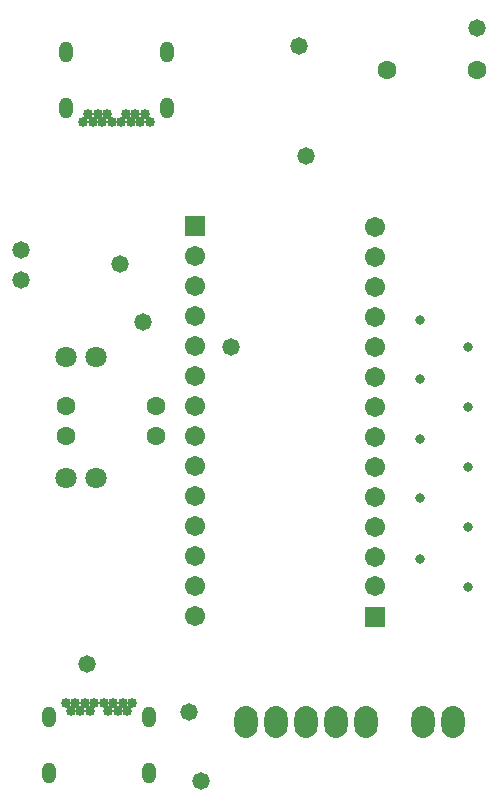
<source format=gbs>
G04*
G04 #@! TF.GenerationSoftware,Altium Limited,Altium Designer,18.1.9 (240)*
G04*
G04 Layer_Color=16711935*
%FSLAX25Y25*%
%MOIN*%
G70*
G01*
G75*
%ADD31C,0.03359*%
%ADD32O,0.04737X0.07099*%
%ADD33C,0.06312*%
%ADD34R,0.06706X0.06706*%
%ADD35C,0.06706*%
%ADD36O,0.07690X0.10642*%
%ADD37C,0.07099*%
%ADD38C,0.05800*%
%ADD39C,0.03300*%
D31*
X386575Y198941D02*
D03*
X389725D02*
D03*
X383425D02*
D03*
X392874D02*
D03*
X380276D02*
D03*
X396024D02*
D03*
X377126D02*
D03*
X399173D02*
D03*
X385000Y196185D02*
D03*
X391300D02*
D03*
X381851D02*
D03*
X394449D02*
D03*
X378701D02*
D03*
X397599D02*
D03*
X395575Y392736D02*
D03*
X392425D02*
D03*
X398725D02*
D03*
X389276D02*
D03*
X401874D02*
D03*
X386126D02*
D03*
X405024D02*
D03*
X382977D02*
D03*
X397150Y395492D02*
D03*
X390851D02*
D03*
X400300D02*
D03*
X387701D02*
D03*
X403449D02*
D03*
X384552D02*
D03*
D32*
X404961Y194413D02*
D03*
X371339D02*
D03*
X404961Y175791D02*
D03*
X371339D02*
D03*
X377189Y397264D02*
D03*
X410811D02*
D03*
X377189Y415886D02*
D03*
X410811D02*
D03*
D33*
X484000Y409903D02*
D03*
X514000D02*
D03*
X407000Y298000D02*
D03*
X377000D02*
D03*
Y288000D02*
D03*
X407000D02*
D03*
D34*
X480000Y227795D02*
D03*
X420000Y357900D02*
D03*
D35*
X480000Y238000D02*
D03*
Y247795D02*
D03*
Y257795D02*
D03*
Y267795D02*
D03*
Y277795D02*
D03*
Y287795D02*
D03*
Y297795D02*
D03*
Y307795D02*
D03*
Y317795D02*
D03*
Y327795D02*
D03*
Y337795D02*
D03*
Y347795D02*
D03*
Y357795D02*
D03*
X420000Y347900D02*
D03*
Y337900D02*
D03*
Y327900D02*
D03*
Y317900D02*
D03*
Y307900D02*
D03*
Y297900D02*
D03*
Y287900D02*
D03*
Y277900D02*
D03*
Y267900D02*
D03*
Y257900D02*
D03*
Y247900D02*
D03*
Y237900D02*
D03*
Y227900D02*
D03*
D36*
X506000Y192700D02*
D03*
X496000D02*
D03*
X457200D02*
D03*
X467200D02*
D03*
X477200D02*
D03*
X447200D02*
D03*
X437200D02*
D03*
D37*
X387000Y314461D02*
D03*
X377000D02*
D03*
X377244Y274150D02*
D03*
X387244D02*
D03*
D38*
X384276Y212000D02*
D03*
X422000Y173000D02*
D03*
X418000Y196000D02*
D03*
X514000Y424000D02*
D03*
X457283Y381283D02*
D03*
X454839Y418000D02*
D03*
X432000Y317795D02*
D03*
X362000Y340000D02*
D03*
Y350000D02*
D03*
X395276Y345276D02*
D03*
X402819Y326000D02*
D03*
D39*
X495000Y246905D02*
D03*
Y267205D02*
D03*
Y326819D02*
D03*
Y306906D02*
D03*
Y287055D02*
D03*
X511000Y317795D02*
D03*
Y297795D02*
D03*
Y277795D02*
D03*
Y237795D02*
D03*
Y257795D02*
D03*
M02*

</source>
